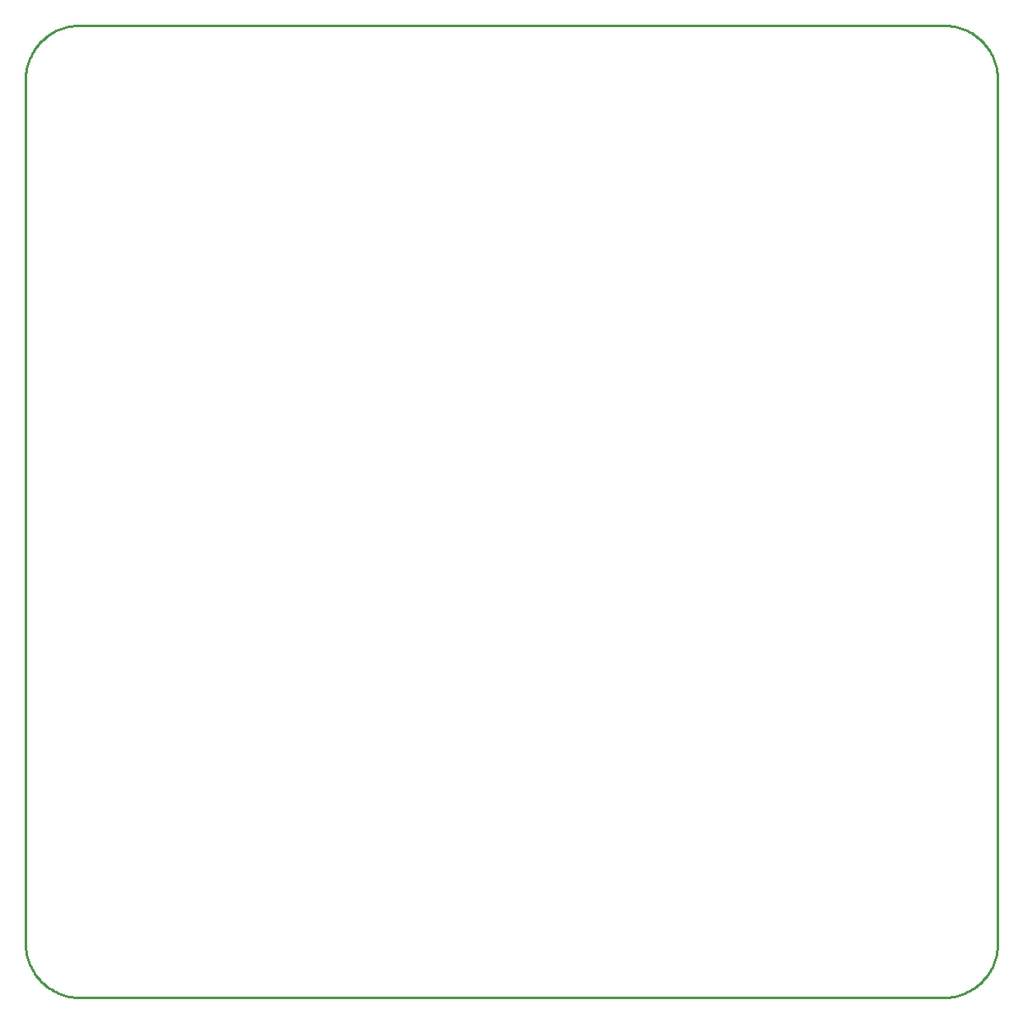
<source format=gbr>
G04 (created by PCBNEW-RS274X (2012-apr-16-27)-stable) date Tue 03 Dec 2013 05:46:23 PM CET*
G01*
G70*
G90*
%MOIN*%
G04 Gerber Fmt 3.4, Leading zero omitted, Abs format*
%FSLAX34Y34*%
G04 APERTURE LIST*
%ADD10C,0.006000*%
%ADD11C,0.010000*%
G04 APERTURE END LIST*
G54D10*
G54D11*
X02187Y00000D02*
X37183Y00000D01*
X37183Y00000D02*
X37296Y-00003D01*
X37296Y-00003D02*
X37407Y-00011D01*
X37407Y-00011D02*
X37517Y-00025D01*
X37517Y-00025D02*
X37625Y-00044D01*
X37625Y-00044D02*
X37731Y-00069D01*
X37731Y-00069D02*
X37835Y-00098D01*
X37835Y-00098D02*
X37936Y-00132D01*
X37936Y-00132D02*
X38036Y-00171D01*
X38036Y-00171D02*
X38133Y-00215D01*
X38133Y-00215D02*
X38227Y-00263D01*
X38227Y-00263D02*
X38319Y-00316D01*
X38319Y-00316D02*
X38407Y-00373D01*
X38407Y-00373D02*
X38493Y-00433D01*
X38493Y-00433D02*
X38576Y-00498D01*
X38576Y-00498D02*
X38655Y-00567D01*
X38655Y-00567D02*
X38731Y-00639D01*
X38731Y-00639D02*
X38803Y-00715D01*
X38803Y-00715D02*
X38872Y-00794D01*
X38872Y-00794D02*
X38937Y-00877D01*
X38937Y-00877D02*
X38998Y-00963D01*
X38998Y-00963D02*
X39054Y-01051D01*
X39054Y-01051D02*
X39107Y-01143D01*
X39107Y-01143D02*
X39155Y-01237D01*
X39155Y-01237D02*
X39199Y-01334D01*
X39199Y-01334D02*
X39238Y-01434D01*
X39238Y-01434D02*
X39272Y-01535D01*
X39272Y-01535D02*
X39301Y-01639D01*
X39301Y-01639D02*
X39326Y-01745D01*
X39326Y-01745D02*
X39345Y-01853D01*
X39345Y-01853D02*
X39359Y-01963D01*
X39359Y-01963D02*
X39367Y-02074D01*
X39367Y-02074D02*
X39370Y-02187D01*
X39370Y-02187D02*
X39370Y-37183D01*
X39370Y-37183D02*
X39367Y-37296D01*
X39367Y-37296D02*
X39359Y-37407D01*
X39359Y-37407D02*
X39345Y-37517D01*
X39345Y-37517D02*
X39326Y-37625D01*
X39326Y-37625D02*
X39301Y-37731D01*
X39301Y-37731D02*
X39272Y-37835D01*
X39272Y-37835D02*
X39238Y-37936D01*
X39238Y-37936D02*
X39199Y-38036D01*
X39199Y-38036D02*
X39155Y-38133D01*
X39155Y-38133D02*
X39107Y-38227D01*
X39107Y-38227D02*
X39054Y-38319D01*
X39054Y-38319D02*
X38998Y-38407D01*
X38998Y-38407D02*
X38937Y-38493D01*
X38937Y-38493D02*
X38872Y-38576D01*
X38872Y-38576D02*
X38803Y-38655D01*
X38803Y-38655D02*
X38731Y-38731D01*
X38731Y-38731D02*
X38655Y-38803D01*
X38655Y-38803D02*
X38576Y-38872D01*
X38576Y-38872D02*
X38493Y-38937D01*
X38493Y-38937D02*
X38407Y-38998D01*
X38407Y-38998D02*
X38319Y-39054D01*
X38319Y-39054D02*
X38227Y-39107D01*
X38227Y-39107D02*
X38133Y-39155D01*
X38133Y-39155D02*
X38036Y-39199D01*
X38036Y-39199D02*
X37936Y-39238D01*
X37936Y-39238D02*
X37835Y-39272D01*
X37835Y-39272D02*
X37731Y-39301D01*
X37731Y-39301D02*
X37625Y-39326D01*
X37625Y-39326D02*
X37517Y-39345D01*
X37517Y-39345D02*
X37407Y-39359D01*
X37407Y-39359D02*
X37296Y-39367D01*
X37296Y-39367D02*
X37183Y-39370D01*
X37183Y-39370D02*
X02187Y-39370D01*
X02187Y-39370D02*
X02074Y-39367D01*
X02074Y-39367D02*
X01963Y-39359D01*
X01963Y-39359D02*
X01853Y-39345D01*
X01853Y-39345D02*
X01745Y-39326D01*
X01745Y-39326D02*
X01639Y-39301D01*
X01639Y-39301D02*
X01535Y-39272D01*
X01535Y-39272D02*
X01434Y-39238D01*
X01434Y-39238D02*
X01334Y-39199D01*
X01334Y-39199D02*
X01237Y-39155D01*
X01237Y-39155D02*
X01143Y-39107D01*
X01143Y-39107D02*
X01051Y-39054D01*
X01051Y-39054D02*
X00963Y-38998D01*
X00963Y-38998D02*
X00877Y-38937D01*
X00877Y-38937D02*
X00794Y-38872D01*
X00794Y-38872D02*
X00715Y-38803D01*
X00715Y-38803D02*
X00639Y-38731D01*
X00639Y-38731D02*
X00567Y-38655D01*
X00567Y-38655D02*
X00498Y-38576D01*
X00498Y-38576D02*
X00433Y-38493D01*
X00433Y-38493D02*
X00373Y-38407D01*
X00373Y-38407D02*
X00316Y-38319D01*
X00316Y-38319D02*
X00263Y-38227D01*
X00263Y-38227D02*
X00215Y-38133D01*
X00215Y-38133D02*
X00171Y-38036D01*
X00171Y-38036D02*
X00132Y-37936D01*
X00132Y-37936D02*
X00098Y-37835D01*
X00098Y-37835D02*
X00069Y-37731D01*
X00069Y-37731D02*
X00044Y-37625D01*
X00044Y-37625D02*
X00025Y-37517D01*
X00025Y-37517D02*
X00011Y-37407D01*
X00011Y-37407D02*
X00003Y-37296D01*
X00003Y-37296D02*
X00000Y-37183D01*
X00000Y-37183D02*
X00000Y-02187D01*
X00000Y-02187D02*
X00003Y-02074D01*
X00003Y-02074D02*
X00011Y-01963D01*
X00011Y-01963D02*
X00025Y-01853D01*
X00025Y-01853D02*
X00044Y-01745D01*
X00044Y-01745D02*
X00069Y-01639D01*
X00069Y-01639D02*
X00098Y-01535D01*
X00098Y-01535D02*
X00132Y-01434D01*
X00132Y-01434D02*
X00171Y-01334D01*
X00171Y-01334D02*
X00215Y-01237D01*
X00215Y-01237D02*
X00263Y-01143D01*
X00263Y-01143D02*
X00316Y-01051D01*
X00316Y-01051D02*
X00373Y-00963D01*
X00373Y-00963D02*
X00433Y-00877D01*
X00433Y-00877D02*
X00498Y-00794D01*
X00498Y-00794D02*
X00567Y-00715D01*
X00567Y-00715D02*
X00639Y-00639D01*
X00639Y-00639D02*
X00715Y-00567D01*
X00715Y-00567D02*
X00794Y-00498D01*
X00794Y-00498D02*
X00877Y-00433D01*
X00877Y-00433D02*
X00963Y-00373D01*
X00963Y-00373D02*
X01051Y-00316D01*
X01051Y-00316D02*
X01143Y-00263D01*
X01143Y-00263D02*
X01237Y-00215D01*
X01237Y-00215D02*
X01334Y-00171D01*
X01334Y-00171D02*
X01434Y-00132D01*
X01434Y-00132D02*
X01535Y-00098D01*
X01535Y-00098D02*
X01639Y-00069D01*
X01639Y-00069D02*
X01745Y-00044D01*
X01745Y-00044D02*
X01853Y-00025D01*
X01853Y-00025D02*
X01963Y-00011D01*
X01963Y-00011D02*
X02074Y-00003D01*
X02074Y-00003D02*
X02187Y00000D01*
X02187Y00000D02*
X02187Y00000D01*
M02*

</source>
